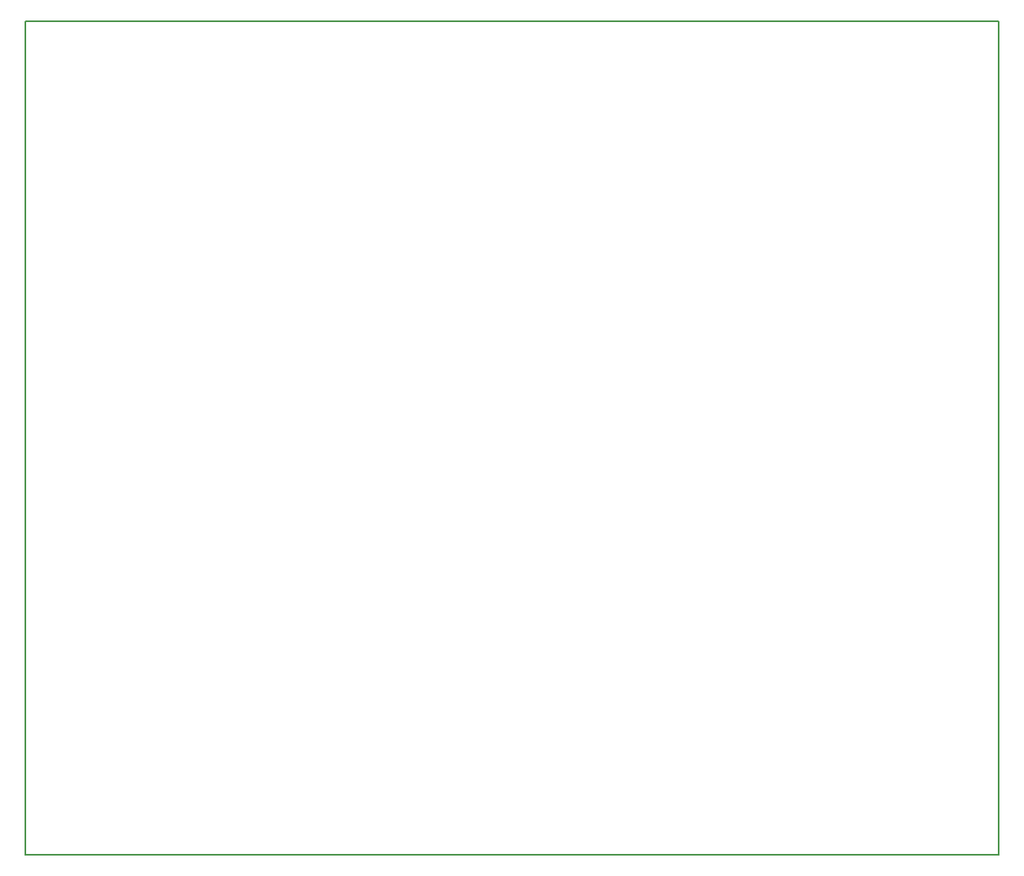
<source format=gko>
G04 Layer_Color=16711935*
%FSTAX24Y24*%
%MOIN*%
G70*
G01*
G75*
%ADD20C,0.0059*%
D20*
X019761Y071652D02*
X059477D01*
Y037661D02*
Y071652D01*
X019761Y037661D02*
X059477D01*
X019761D02*
Y071652D01*
M02*

</source>
